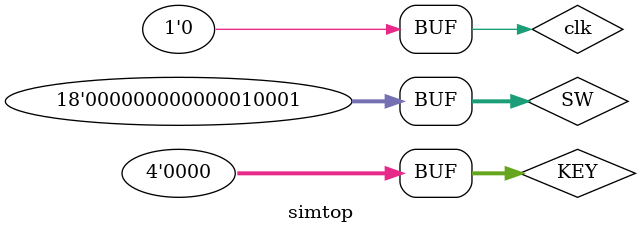
<source format=sv>
/* Copyright 2020 Jason Bakos, Philip Conrad, Charles Daniels */

/* Top-level module for CSCE611 RISC-V CPU, for running under simulation.  In
 * this case, the I/Os and clock are driven by the simulator. */

module simtop;

	logic clk;
	logic [6:0] HEX0,HEX1,HEX2,HEX3,HEX4,HEX5,HEX6,HEX7;
	logic [17:0] SW;
	logic [3:0] KEY;

	top dut
	(
		//////////// CLOCK //////////
		.CLOCK_50(clk),
		.CLOCK2_50(),
	        .CLOCK3_50(),

		//////////// LED //////////
		.LEDG(),
		.LEDR(),

		//////////// KEY //////////
		.KEY(KEY),

		//////////// SW //////////
		.SW(SW),

		//////////// SEG7 //////////
		.HEX0(HEX0),
		.HEX1(HEX1),
		.HEX2(HEX2),
		.HEX3(HEX3),
		.HEX4(HEX4),
		.HEX5(HEX5),
		.HEX6(HEX6),
		.HEX7(HEX7)
	);

// your code here

always begin
	#5 clk =1;
	#5 clk = 0;
end



initial begin
	KEY = 4'b1;
	SW = 18'b10001; #10
	KEY = 4'b0; #10
	
	KEY = 4'b1111;
	#6000;
	if (HEX5 == 7'b0011001) $display ("SQRT(17) works");
	KEY = 4'b0;
end

endmodule


</source>
